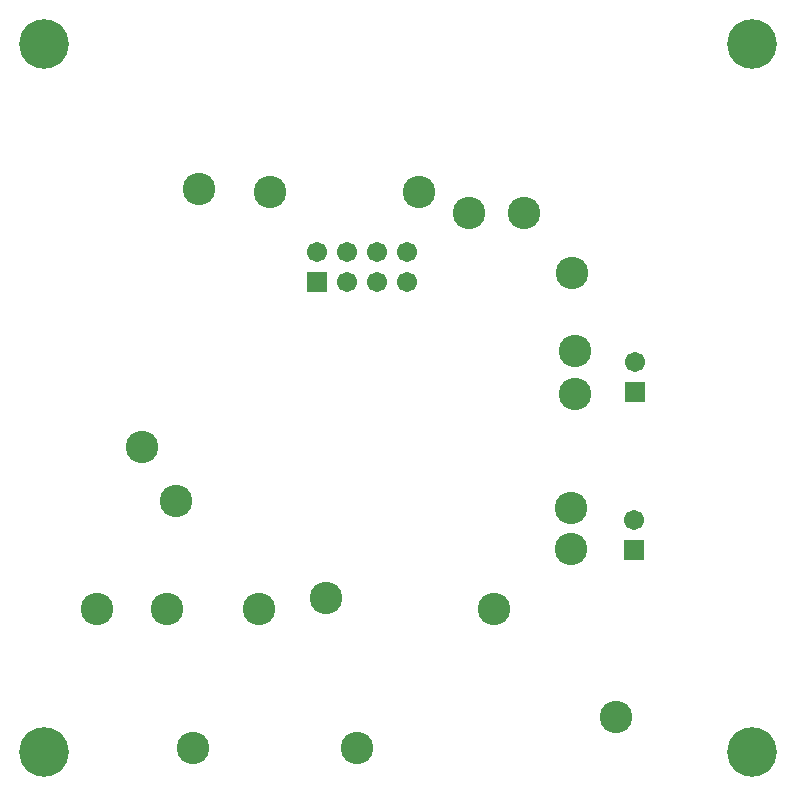
<source format=gbs>
G04*
G04 #@! TF.GenerationSoftware,Altium Limited,Altium Designer,19.1.8 (144)*
G04*
G04 Layer_Color=16711935*
%FSLAX25Y25*%
%MOIN*%
G70*
G01*
G75*
%ADD57C,0.10800*%
%ADD58R,0.06706X0.06706*%
%ADD59C,0.06706*%
%ADD60R,0.06706X0.06706*%
%ADD61C,0.16548*%
D57*
X361795Y369506D02*
D03*
X343358D02*
D03*
X327000Y376500D02*
D03*
X277137D02*
D03*
X352000Y237500D02*
D03*
X243000D02*
D03*
X273500D02*
D03*
X253500Y377500D02*
D03*
X392500Y201500D02*
D03*
X378000Y349500D02*
D03*
X377500Y270905D02*
D03*
Y257524D02*
D03*
X379000Y323561D02*
D03*
Y309169D02*
D03*
X219500Y237500D02*
D03*
X296000Y241000D02*
D03*
X306098Y191000D02*
D03*
X251500D02*
D03*
X246000Y273500D02*
D03*
X234500Y291500D02*
D03*
D58*
X293000Y346500D02*
D03*
D59*
X303000D02*
D03*
X313000D02*
D03*
X323000D02*
D03*
X293000Y356500D02*
D03*
X303000D02*
D03*
X313000D02*
D03*
X323000D02*
D03*
X398421Y267216D02*
D03*
X398727Y319753D02*
D03*
D60*
X398421Y257216D02*
D03*
X398727Y309753D02*
D03*
D61*
X201776Y425886D02*
D03*
X437996D02*
D03*
X201776Y189665D02*
D03*
X437996D02*
D03*
M02*

</source>
